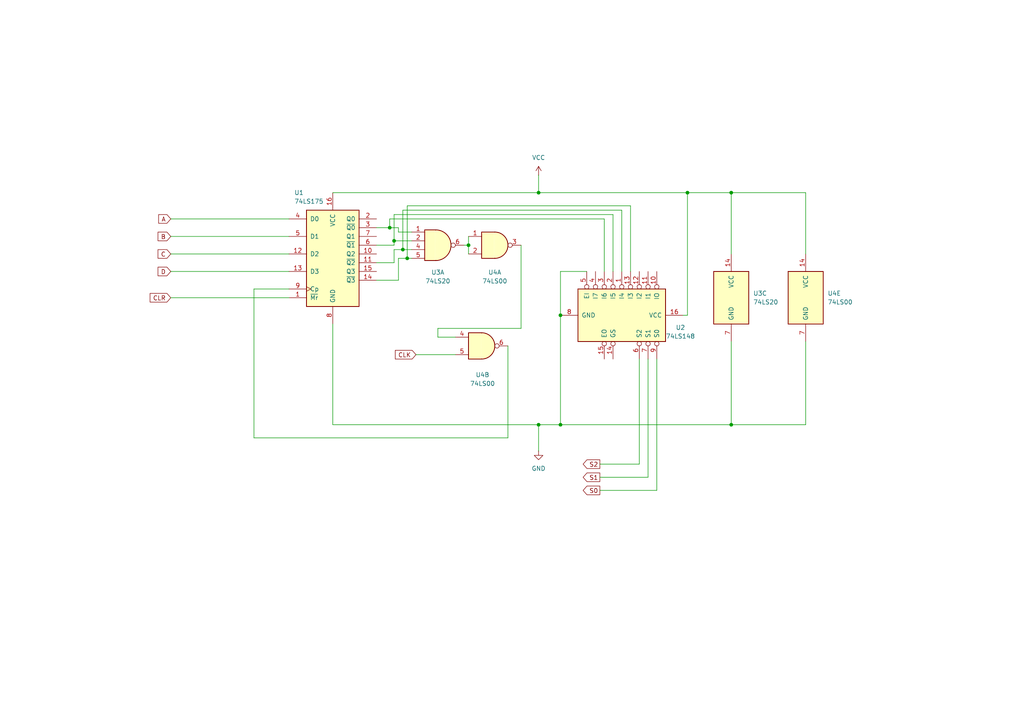
<source format=kicad_sch>
(kicad_sch (version 20231120) (generator "eeschema") (generator_version "8.0")
  (paper "A4")
  (lib_symbols
    (symbol "74xx:74LS00" (pin_names (offset 1.016))
      (property "Reference" "U" (at 0 1.27 0))
      (property "Value" "74LS00" (at 0 -1.27 0))
      (symbol "74LS00_1_1"
        (arc (start 0 -3.81) (mid 3.7934 0) (end 0 3.81) (stroke (width 0.254)) (fill (type background)))
        (polyline (pts (xy 0 3.81) (xy -3.81 3.81) (xy -3.81 -3.81) (xy 0 -3.81)) (stroke (width 0.254)) (fill (type background)))
        (pin input line (at -7.62 2.54 0) (length 3.81) (name "~") (number "1"))
        (pin input line (at -7.62 -2.54 0) (length 3.81) (name "~") (number "2"))
        (pin output inverted (at 7.62 0 180) (length 3.81) (name "~") (number "3"))
      )
      (symbol "74LS00_1_2"
        (arc (start -3.81 -3.81) (mid -2.589 0) (end -3.81 3.81) (stroke (width 0.254)))
        (arc (start -0.6096 -3.81) (mid 2.1842 -2.5851) (end 3.81 0) (stroke (width 0.254)) (fill (type background)))
        (polyline (pts (xy -3.81 -3.81) (xy -0.635 -3.81)) (stroke (width 0.254)) (fill (type background)))
        (polyline (pts (xy -3.81 3.81) (xy -0.635 3.81)) (stroke (width 0.254)) (fill (type background)))
        (polyline (pts (xy -0.635 3.81) (xy -3.81 3.81) (xy -3.81 3.81) (xy -3.556 3.4036) (xy -3.0226 2.2606) (xy -2.6924 1.0414) (xy -2.6162 -0.254) (xy -2.7686 -1.4986) (xy -3.175 -2.7178) (xy -3.81 -3.81) (xy -3.81 -3.81) (xy -0.635 -3.81)) (stroke (width -25.4)) (fill (type background)))
        (arc (start 3.81 0) (mid 2.1915 2.5936) (end -0.6096 3.81) (stroke (width 0.254)) (fill (type background)))
        (pin input inverted (at -7.62 2.54 0) (length 4.318) (name "~") (number "1"))
        (pin input inverted (at -7.62 -2.54 0) (length 4.318) (name "~") (number "2"))
        (pin output line (at 7.62 0 180) (length 3.81) (name "~") (number "3"))
      )
      (symbol "74LS00_2_1"
        (arc (start 0 -3.81) (mid 3.7934 0) (end 0 3.81) (stroke (width 0.254)) (fill (type background)))
        (polyline (pts (xy 0 3.81) (xy -3.81 3.81) (xy -3.81 -3.81) (xy 0 -3.81)) (stroke (width 0.254)) (fill (type background)))
        (pin input line (at -7.62 2.54 0) (length 3.81) (name "~") (number "4"))
        (pin input line (at -7.62 -2.54 0) (length 3.81) (name "~") (number "5"))
        (pin output inverted (at 7.62 0 180) (length 3.81) (name "~") (number "6"))
      )
      (symbol "74LS00_2_2"
        (arc (start -3.81 -3.81) (mid -2.589 0) (end -3.81 3.81) (stroke (width 0.254)))
        (arc (start -0.6096 -3.81) (mid 2.1842 -2.5851) (end 3.81 0) (stroke (width 0.254)) (fill (type background)))
        (polyline (pts (xy -3.81 -3.81) (xy -0.635 -3.81)) (stroke (width 0.254)) (fill (type background)))
        (polyline (pts (xy -3.81 3.81) (xy -0.635 3.81)) (stroke (width 0.254)) (fill (type background)))
        (polyline (pts (xy -0.635 3.81) (xy -3.81 3.81) (xy -3.81 3.81) (xy -3.556 3.4036) (xy -3.0226 2.2606) (xy -2.6924 1.0414) (xy -2.6162 -0.254) (xy -2.7686 -1.4986) (xy -3.175 -2.7178) (xy -3.81 -3.81) (xy -3.81 -3.81) (xy -0.635 -3.81)) (stroke (width -25.4)) (fill (type background)))
        (arc (start 3.81 0) (mid 2.1915 2.5936) (end -0.6096 3.81) (stroke (width 0.254)) (fill (type background)))
        (pin input inverted (at -7.62 2.54 0) (length 4.318) (name "~") (number "4"))
        (pin input inverted (at -7.62 -2.54 0) (length 4.318) (name "~") (number "5"))
        (pin output line (at 7.62 0 180) (length 3.81) (name "~") (number "6"))
      )
      (symbol "74LS00_3_1"
        (arc (start 0 -3.81) (mid 3.7934 0) (end 0 3.81) (stroke (width 0.254)) (fill (type background)))
        (polyline (pts (xy 0 3.81) (xy -3.81 3.81) (xy -3.81 -3.81) (xy 0 -3.81)) (stroke (width 0.254)) (fill (type background)))
        (pin input line (at -7.62 -2.54 0) (length 3.81) (name "~") (number "10"))
        (pin output inverted (at 7.62 0 180) (length 3.81) (name "~") (number "8"))
        (pin input line (at -7.62 2.54 0) (length 3.81) (name "~") (number "9"))
      )
      (symbol "74LS00_3_2"
        (arc (start -3.81 -3.81) (mid -2.589 0) (end -3.81 3.81) (stroke (width 0.254)))
        (arc (start -0.6096 -3.81) (mid 2.1842 -2.5851) (end 3.81 0) (stroke (width 0.254)) (fill (type background)))
        (polyline (pts (xy -3.81 -3.81) (xy -0.635 -3.81)) (stroke (width 0.254)) (fill (type background)))
        (polyline (pts (xy -3.81 3.81) (xy -0.635 3.81)) (stroke (width 0.254)) (fill (type background)))
        (polyline (pts (xy -0.635 3.81) (xy -3.81 3.81) (xy -3.81 3.81) (xy -3.556 3.4036) (xy -3.0226 2.2606) (xy -2.6924 1.0414) (xy -2.6162 -0.254) (xy -2.7686 -1.4986) (xy -3.175 -2.7178) (xy -3.81 -3.81) (xy -3.81 -3.81) (xy -0.635 -3.81)) (stroke (width -25.4)) (fill (type background)))
        (arc (start 3.81 0) (mid 2.1915 2.5936) (end -0.6096 3.81) (stroke (width 0.254)) (fill (type background)))
        (pin input inverted (at -7.62 -2.54 0) (length 4.318) (name "~") (number "10"))
        (pin output line (at 7.62 0 180) (length 3.81) (name "~") (number "8"))
        (pin input inverted (at -7.62 2.54 0) (length 4.318) (name "~") (number "9"))
      )
      (symbol "74LS00_4_1"
        (arc (start 0 -3.81) (mid 3.7934 0) (end 0 3.81) (stroke (width 0.254)) (fill (type background)))
        (polyline (pts (xy 0 3.81) (xy -3.81 3.81) (xy -3.81 -3.81) (xy 0 -3.81)) (stroke (width 0.254)) (fill (type background)))
        (pin output inverted (at 7.62 0 180) (length 3.81) (name "~") (number "11"))
        (pin input line (at -7.62 2.54 0) (length 3.81) (name "~") (number "12"))
        (pin input line (at -7.62 -2.54 0) (length 3.81) (name "~") (number "13"))
      )
      (symbol "74LS00_4_2"
        (arc (start -3.81 -3.81) (mid -2.589 0) (end -3.81 3.81) (stroke (width 0.254)))
        (arc (start -0.6096 -3.81) (mid 2.1842 -2.5851) (end 3.81 0) (stroke (width 0.254)) (fill (type background)))
        (polyline (pts (xy -3.81 -3.81) (xy -0.635 -3.81)) (stroke (width 0.254)) (fill (type background)))
        (polyline (pts (xy -3.81 3.81) (xy -0.635 3.81)) (stroke (width 0.254)) (fill (type background)))
        (polyline (pts (xy -0.635 3.81) (xy -3.81 3.81) (xy -3.81 3.81) (xy -3.556 3.4036) (xy -3.0226 2.2606) (xy -2.6924 1.0414) (xy -2.6162 -0.254) (xy -2.7686 -1.4986) (xy -3.175 -2.7178) (xy -3.81 -3.81) (xy -3.81 -3.81) (xy -0.635 -3.81)) (stroke (width -25.4)) (fill (type background)))
        (arc (start 3.81 0) (mid 2.1915 2.5936) (end -0.6096 3.81) (stroke (width 0.254)) (fill (type background)))
        (pin output line (at 7.62 0 180) (length 3.81) (name "~") (number "11"))
        (pin input inverted (at -7.62 2.54 0) (length 4.318) (name "~") (number "12"))
        (pin input inverted (at -7.62 -2.54 0) (length 4.318) (name "~") (number "13"))
      )
      (symbol "74LS00_5_0"
        (pin power_in line (at 0 12.7 270) (length 5.08) (name "VCC") (number "14"))
        (pin power_in line (at 0 -12.7 90) (length 5.08) (name "GND") (number "7"))
      )
      (symbol "74LS00_5_1"
        (rectangle (start -5.08 7.62) (end 5.08 -7.62) (stroke (width 0.254)) (fill (type background)))
      )
    )
    (symbol "74xx:74LS148" (pin_names (offset 1.016))
      (property "Reference" "U" (at -7.62 13.97 0))
      (property "Value" "74LS148" (at -7.62 -13.97 0))
      (symbol "74LS148_1_0"
        (pin input inverted (at -12.7 0 0) (length 5.08) (name "I4") (number "1"))
        (pin input inverted (at -12.7 10.16 0) (length 5.08) (name "IO") (number "10"))
        (pin input inverted (at -12.7 7.62 0) (length 5.08) (name "I1") (number "11"))
        (pin input inverted (at -12.7 5.08 0) (length 5.08) (name "I2") (number "12"))
        (pin input inverted (at -12.7 2.54 0) (length 5.08) (name "I3") (number "13"))
        (pin output inverted (at 12.7 -2.54 180) (length 5.08) (name "GS") (number "14"))
        (pin output inverted (at 12.7 -5.08 180) (length 5.08) (name "EO") (number "15"))
        (pin power_in line (at 0 17.78 270) (length 5.08) (name "VCC") (number "16"))
        (pin input inverted (at -12.7 -2.54 0) (length 5.08) (name "I5") (number "2"))
        (pin input inverted (at -12.7 -5.08 0) (length 5.08) (name "I6") (number "3"))
        (pin input inverted (at -12.7 -7.62 0) (length 5.08) (name "I7") (number "4"))
        (pin input inverted (at -12.7 -10.16 0) (length 5.08) (name "EI") (number "5"))
        (pin output inverted (at 12.7 5.08 180) (length 5.08) (name "S2") (number "6"))
        (pin output inverted (at 12.7 7.62 180) (length 5.08) (name "S1") (number "7"))
        (pin power_in line (at 0 -17.78 90) (length 5.08) (name "GND") (number "8"))
        (pin output inverted (at 12.7 10.16 180) (length 5.08) (name "S0") (number "9"))
      )
      (symbol "74LS148_1_1"
        (rectangle (start -7.62 12.7) (end 7.62 -12.7) (stroke (width 0.254)) (fill (type background)))
      )
    )
    (symbol "74xx:74LS175" (pin_names (offset 1.016))
      (property "Reference" "U" (at -7.62 13.97 0))
      (property "Value" "74LS175" (at -7.62 -16.51 0))
      (symbol "74LS175_1_0"
        (pin input line (at -12.7 -12.7 0) (length 5.08) (name "~{Mr}") (number "1"))
        (pin output line (at 12.7 0 180) (length 5.08) (name "Q2") (number "10"))
        (pin output line (at 12.7 -2.54 180) (length 5.08) (name "~{Q2}") (number "11"))
        (pin input line (at -12.7 0 0) (length 5.08) (name "D2") (number "12"))
        (pin input line (at -12.7 -5.08 0) (length 5.08) (name "D3") (number "13"))
        (pin output line (at 12.7 -7.62 180) (length 5.08) (name "~{Q3}") (number "14"))
        (pin output line (at 12.7 -5.08 180) (length 5.08) (name "Q3") (number "15"))
        (pin power_in line (at 0 17.78 270) (length 5.08) (name "VCC") (number "16"))
        (pin output line (at 12.7 10.16 180) (length 5.08) (name "Q0") (number "2"))
        (pin output line (at 12.7 7.62 180) (length 5.08) (name "~{Q0}") (number "3"))
        (pin input line (at -12.7 10.16 0) (length 5.08) (name "D0") (number "4"))
        (pin input line (at -12.7 5.08 0) (length 5.08) (name "D1") (number "5"))
        (pin output line (at 12.7 2.54 180) (length 5.08) (name "~{Q1}") (number "6"))
        (pin output line (at 12.7 5.08 180) (length 5.08) (name "Q1") (number "7"))
        (pin power_in line (at 0 -20.32 90) (length 5.08) (name "GND") (number "8"))
        (pin input clock (at -12.7 -10.16 0) (length 5.08) (name "Cp") (number "9"))
      )
      (symbol "74LS175_1_1"
        (rectangle (start -7.62 12.7) (end 7.62 -15.24) (stroke (width 0.254)) (fill (type background)))
      )
    )
    (symbol "74xx:74LS20" (pin_names (offset 1.016))
      (property "Reference" "U" (at 0 1.27 0))
      (property "Value" "74LS20" (at 0 -1.27 0))
      (symbol "74LS20_1_1"
        (arc (start -0.635 -4.445) (mid 3.7907 0) (end -0.635 4.445) (stroke (width 0.254)) (fill (type background)))
        (polyline (pts (xy -0.635 4.445) (xy -3.81 4.445) (xy -3.81 -4.445) (xy -0.635 -4.445)) (stroke (width 0.254)) (fill (type background)))
        (pin input line (at -7.62 3.81 0) (length 3.81) (name "~") (number "1"))
        (pin input line (at -7.62 1.27 0) (length 3.81) (name "~") (number "2"))
        (pin input line (at -7.62 -1.27 0) (length 3.81) (name "~") (number "4"))
        (pin input line (at -7.62 -3.81 0) (length 3.81) (name "~") (number "5"))
        (pin output inverted (at 7.62 0 180) (length 3.81) (name "~") (number "6"))
      )
      (symbol "74LS20_1_2"
        (arc (start -3.81 -4.445) (mid -2.5908 0) (end -3.81 4.445) (stroke (width 0.254)))
        (arc (start -0.6096 -4.445) (mid 2.2246 -2.8422) (end 3.81 0) (stroke (width 0.254)) (fill (type background)))
        (polyline (pts (xy -3.81 -4.445) (xy -0.635 -4.445)) (stroke (width 0.254)) (fill (type background)))
        (polyline (pts (xy -3.81 4.445) (xy -0.635 4.445)) (stroke (width 0.254)) (fill (type background)))
        (polyline (pts (xy -0.635 4.445) (xy -3.81 4.445) (xy -3.81 4.445) (xy -3.6322 4.0894) (xy -3.0988 2.921) (xy -2.7686 1.6764) (xy -2.6162 0.4318) (xy -2.6416 -0.8636) (xy -2.8702 -2.1082) (xy -3.2512 -3.3274) (xy -3.81 -4.445) (xy -3.81 -4.445) (xy -0.635 -4.445)) (stroke (width -25.4)) (fill (type background)))
        (arc (start 3.81 0) (mid 2.2204 2.8379) (end -0.6096 4.445) (stroke (width 0.254)) (fill (type background)))
        (pin input inverted (at -7.62 3.81 0) (length 3.81) (name "~") (number "1"))
        (pin input inverted (at -7.62 1.27 0) (length 4.826) (name "~") (number "2"))
        (pin input inverted (at -7.62 -1.27 0) (length 4.826) (name "~") (number "4"))
        (pin input inverted (at -7.62 -3.81 0) (length 3.81) (name "~") (number "5"))
        (pin output line (at 7.62 0 180) (length 3.81) (name "~") (number "6"))
      )
      (symbol "74LS20_2_1"
        (arc (start -0.635 -4.445) (mid 3.7907 0) (end -0.635 4.445) (stroke (width 0.254)) (fill (type background)))
        (polyline (pts (xy -0.635 4.445) (xy -3.81 4.445) (xy -3.81 -4.445) (xy -0.635 -4.445)) (stroke (width 0.254)) (fill (type background)))
        (pin input line (at -7.62 1.27 0) (length 3.81) (name "~") (number "10"))
        (pin input line (at -7.62 -1.27 0) (length 3.81) (name "~") (number "12"))
        (pin input line (at -7.62 -3.81 0) (length 3.81) (name "~") (number "13"))
        (pin output inverted (at 7.62 0 180) (length 3.81) (name "~") (number "8"))
        (pin input line (at -7.62 3.81 0) (length 3.81) (name "~") (number "9"))
      )
      (symbol "74LS20_2_2"
        (arc (start -3.81 -4.445) (mid -2.5908 0) (end -3.81 4.445) (stroke (width 0.254)))
        (arc (start -0.6096 -4.445) (mid 2.2246 -2.8422) (end 3.81 0) (stroke (width 0.254)) (fill (type background)))
        (polyline (pts (xy -3.81 -4.445) (xy -0.635 -4.445)) (stroke (width 0.254)) (fill (type background)))
        (polyline (pts (xy -3.81 4.445) (xy -0.635 4.445)) (stroke (width 0.254)) (fill (type background)))
        (polyline (pts (xy -0.635 4.445) (xy -3.81 4.445) (xy -3.81 4.445) (xy -3.6322 4.0894) (xy -3.0988 2.921) (xy -2.7686 1.6764) (xy -2.6162 0.4318) (xy -2.6416 -0.8636) (xy -2.8702 -2.1082) (xy -3.2512 -3.3274) (xy -3.81 -4.445) (xy -3.81 -4.445) (xy -0.635 -4.445)) (stroke (width -25.4)) (fill (type background)))
        (arc (start 3.81 0) (mid 2.2204 2.8379) (end -0.6096 4.445) (stroke (width 0.254)) (fill (type background)))
        (pin input inverted (at -7.62 1.27 0) (length 4.826) (name "~") (number "10"))
        (pin input inverted (at -7.62 -1.27 0) (length 4.826) (name "~") (number "12"))
        (pin input inverted (at -7.62 -3.81 0) (length 3.81) (name "~") (number "13"))
        (pin output line (at 7.62 0 180) (length 3.81) (name "~") (number "8"))
        (pin input inverted (at -7.62 3.81 0) (length 3.81) (name "~") (number "9"))
      )
      (symbol "74LS20_3_0"
        (pin power_in line (at 0 12.7 270) (length 5.08) (name "VCC") (number "14"))
        (pin power_in line (at 0 -12.7 90) (length 5.08) (name "GND") (number "7"))
      )
      (symbol "74LS20_3_1"
        (rectangle (start -5.08 7.62) (end 5.08 -7.62) (stroke (width 0.254)) (fill (type background)))
      )
    )
    (symbol "power:GND" (power) (pin_numbers hide) (pin_names (offset 0) hide)
      (property "Value" "GND" (at 0 -3.81 0))
      (symbol "GND_0_1"
        (polyline (pts (xy 0 0) (xy 0 -1.27) (xy 1.27 -1.27) (xy 0 -2.54) (xy -1.27 -1.27) (xy 0 -1.27)))
      )
      (symbol "GND_1_1"
        (pin power_in line (at 0 0 270) (length 0) (name "~") (number "1"))
      )
    )
    (symbol "power:VCC" (power) (pin_numbers hide) (pin_names (offset 0) hide)
      (property "Value" "VCC" (at 0 3.556 0))
      (symbol "VCC_0_1"
        (polyline (pts (xy -0.762 1.27) (xy 0 2.54)))
        (polyline (pts (xy 0 0) (xy 0 2.54)))
        (polyline (pts (xy 0 2.54) (xy 0.762 1.27)))
      )
      (symbol "VCC_1_1"
        (pin power_in line (at 0 0 90) (length 0) (name "~") (number "1"))
      )
    )
  )
  (junction (at 162.56 91.44))
  (junction (at 162.56 123.19))
  (junction (at 113.03 66.04))
  (junction (at 212.09 123.19))
  (junction (at 156.21 123.19))
  (junction (at 135.89 71.12))
  (junction (at 156.21 55.88))
  (junction (at 118.11 74.93))
  (junction (at 199.39 55.88))
  (junction (at 116.84 72.39))
  (junction (at 114.3 69.85))
  (junction (at 212.09 55.88))
  (wire (pts (xy 147.32 100.33) (xy 147.32 127)))
  (wire (pts (xy 116.84 60.96) (xy 180.34 60.96)))
  (wire (pts (xy 151.13 71.12) (xy 151.13 95.25)))
  (wire (pts (xy 120.65 102.87) (xy 132.08 102.87)))
  (wire (pts (xy 198.12 91.44) (xy 199.39 91.44)))
  (wire (pts (xy 182.88 59.69) (xy 182.88 78.74)))
  (wire (pts (xy 96.52 93.98) (xy 96.52 123.19)))
  (wire (pts (xy 135.89 68.58) (xy 135.89 71.12)))
  (wire (pts (xy 49.53 68.58) (xy 83.82 68.58)))
  (wire (pts (xy 96.52 55.88) (xy 156.21 55.88)))
  (wire (pts (xy 49.53 73.66) (xy 83.82 73.66)))
  (wire (pts (xy 162.56 123.19) (xy 212.09 123.19)))
  (wire (pts (xy 114.3 69.85) (xy 119.38 69.85)))
  (wire (pts (xy 118.11 59.69) (xy 118.11 74.93)))
  (wire (pts (xy 190.5 142.24) (xy 190.5 104.14)))
  (wire (pts (xy 73.66 127) (xy 73.66 83.82)))
  (wire (pts (xy 180.34 60.96) (xy 180.34 78.74)))
  (wire (pts (xy 113.03 63.5) (xy 113.03 66.04)))
  (wire (pts (xy 156.21 123.19) (xy 162.56 123.19)))
  (wire (pts (xy 114.3 62.23) (xy 177.8 62.23)))
  (wire (pts (xy 115.57 67.31) (xy 119.38 67.31)))
  (wire (pts (xy 173.99 142.24) (xy 190.5 142.24)))
  (wire (pts (xy 233.68 73.66) (xy 233.68 55.88)))
  (wire (pts (xy 156.21 55.88) (xy 199.39 55.88)))
  (wire (pts (xy 162.56 91.44) (xy 162.56 123.19)))
  (wire (pts (xy 135.89 71.12) (xy 134.62 71.12)))
  (wire (pts (xy 212.09 99.06) (xy 212.09 123.19)))
  (wire (pts (xy 199.39 55.88) (xy 212.09 55.88)))
  (wire (pts (xy 115.57 66.04) (xy 115.57 67.31)))
  (wire (pts (xy 173.99 138.43) (xy 187.96 138.43)))
  (wire (pts (xy 96.52 123.19) (xy 156.21 123.19)))
  (wire (pts (xy 118.11 74.93) (xy 119.38 74.93)))
  (wire (pts (xy 49.53 78.74) (xy 83.82 78.74)))
  (wire (pts (xy 127 97.79) (xy 132.08 97.79)))
  (wire (pts (xy 156.21 123.19) (xy 156.21 130.81)))
  (wire (pts (xy 135.89 71.12) (xy 135.89 73.66)))
  (wire (pts (xy 115.57 81.28) (xy 115.57 74.93)))
  (wire (pts (xy 49.53 86.36) (xy 83.82 86.36)))
  (wire (pts (xy 170.18 78.74) (xy 162.56 78.74)))
  (wire (pts (xy 151.13 95.25) (xy 127 95.25)))
  (wire (pts (xy 233.68 99.06) (xy 233.68 123.19)))
  (wire (pts (xy 162.56 78.74) (xy 162.56 91.44)))
  (wire (pts (xy 156.21 50.8) (xy 156.21 55.88)))
  (wire (pts (xy 147.32 127) (xy 73.66 127)))
  (wire (pts (xy 116.84 60.96) (xy 116.84 72.39)))
  (wire (pts (xy 187.96 138.43) (xy 187.96 104.14)))
  (wire (pts (xy 109.22 71.12) (xy 114.3 71.12)))
  (wire (pts (xy 109.22 81.28) (xy 115.57 81.28)))
  (wire (pts (xy 109.22 76.2) (xy 114.3 76.2)))
  (wire (pts (xy 233.68 123.19) (xy 212.09 123.19)))
  (wire (pts (xy 73.66 83.82) (xy 83.82 83.82)))
  (wire (pts (xy 114.3 62.23) (xy 114.3 69.85)))
  (wire (pts (xy 185.42 104.14) (xy 185.42 134.62)))
  (wire (pts (xy 114.3 76.2) (xy 114.3 72.39)))
  (wire (pts (xy 199.39 55.88) (xy 199.39 91.44)))
  (wire (pts (xy 109.22 66.04) (xy 113.03 66.04)))
  (wire (pts (xy 127 95.25) (xy 127 97.79)))
  (wire (pts (xy 115.57 74.93) (xy 118.11 74.93)))
  (wire (pts (xy 212.09 73.66) (xy 212.09 55.88)))
  (wire (pts (xy 116.84 72.39) (xy 119.38 72.39)))
  (wire (pts (xy 118.11 59.69) (xy 182.88 59.69)))
  (wire (pts (xy 233.68 55.88) (xy 212.09 55.88)))
  (wire (pts (xy 114.3 71.12) (xy 114.3 69.85)))
  (wire (pts (xy 177.8 62.23) (xy 177.8 78.74)))
  (wire (pts (xy 175.26 63.5) (xy 175.26 78.74)))
  (wire (pts (xy 114.3 72.39) (xy 116.84 72.39)))
  (wire (pts (xy 185.42 134.62) (xy 173.99 134.62)))
  (wire (pts (xy 49.53 63.5) (xy 83.82 63.5)))
  (wire (pts (xy 113.03 66.04) (xy 115.57 66.04)))
  (wire (pts (xy 113.03 63.5) (xy 175.26 63.5)))
  (global_label "S2" (shape output) (at 173.99 134.62 180) (property "Intersheetrefs" "${INTERSHEET_REFS}" (effects (hide yes))))
  (global_label "S0" (shape output) (at 173.99 142.24 180) (property "Intersheetrefs" "${INTERSHEET_REFS}" (effects (hide yes))))
  (global_label "D" (shape input) (at 49.53 78.74 180) (property "Intersheetrefs" "${INTERSHEET_REFS}" (effects (hide yes))))
  (global_label "C" (shape input) (at 49.53 73.66 180) (property "Intersheetrefs" "${INTERSHEET_REFS}" (effects (hide yes))))
  (global_label "B" (shape input) (at 49.53 68.58 180) (property "Intersheetrefs" "${INTERSHEET_REFS}" (effects (hide yes))))
  (global_label "A" (shape input) (at 49.53 63.5 180) (property "Intersheetrefs" "${INTERSHEET_REFS}" (effects (hide yes))))
  (global_label "CLK" (shape input) (at 120.65 102.87 180) (property "Intersheetrefs" "${INTERSHEET_REFS}" (effects (hide yes))))
  (global_label "CLR" (shape input) (at 49.53 86.36 180) (property "Intersheetrefs" "${INTERSHEET_REFS}" (effects (hide yes))))
  (global_label "S1" (shape output) (at 173.99 138.43 180) (property "Intersheetrefs" "${INTERSHEET_REFS}" (effects (hide yes))))
  (symbol (lib_id "74xx:74LS00") (at 139.7 100.33 0) (unit 2)
    (property "Reference" "U4" (at 139.954 108.712 0))
    (property "Value" "74LS00" (at 139.954 111.252 0))
    (property "Datasheet" "http://www.ti.com/lit/gpn/sn74ls00" (effects (hide yes)))
    (property "Description" "quad 2-input NAND gate" (effects (hide yes)))
  )
  (symbol (lib_id "74xx:74LS20") (at 127 71.12 0) (unit 1)
    (property "Reference" "U3" (at 126.9986 78.994 0))
    (property "Value" "74LS20" (at 126.9986 81.534 0))
    (property "Datasheet" "http://www.ti.com/lit/gpn/sn74LS20" (effects (hide yes)))
    (property "Description" "Dual 4-input NAND" (effects (hide yes)))
  )
  (symbol (lib_id "power:GND") (at 156.21 130.81 0) (unit 1)
    (property "Reference" "#PWR01" (effects (hide yes)))
    (property "Value" "GND" (at 156.21 135.89 0))
    (property "Description" "Power symbol creates a global label with name \"GND\" , ground" (effects (hide yes)))
  )
  (symbol (lib_id "74xx:74LS00") (at 143.51 71.12 0) (unit 1)
    (property "Reference" "U4" (at 143.51 78.994 0))
    (property "Value" "74LS00" (at 143.51 81.534 0))
    (property "Datasheet" "http://www.ti.com/lit/gpn/sn74ls00" (effects (hide yes)))
    (property "Description" "quad 2-input NAND gate" (effects (hide yes)))
  )
  (symbol (lib_id "74xx:74LS148") (at 180.34 91.44 270) (unit 1)
    (property "Reference" "U2" (at 197.358 94.996 90))
    (property "Value" "74LS148" (at 197.358 97.536 90))
    (property "Datasheet" "http://www.ti.com/lit/gpn/sn74LS148" (effects (hide yes)))
    (property "Description" "Priority Encoder 3 to 8 cascadable" (effects (hide yes)))
  )
  (symbol (lib_id "74xx:74LS175") (at 96.52 73.66 0) (unit 1)
    (property "Reference" "U1" (at 85.344 55.88 0) (effects (justify left)))
    (property "Value" "74LS175" (at 85.344 58.42 0) (effects (justify left)))
    (property "Datasheet" "http://www.ti.com/lit/gpn/sn74LS175" (effects (hide yes)))
    (property "Description" "4-bit D Flip-Flop, reset" (effects (hide yes)))
  )
  (symbol (lib_id "74xx:74LS20") (at 212.09 86.36 0) (unit 3)
    (property "Reference" "U3" (at 218.44 85.0899 0) (effects (justify left)))
    (property "Value" "74LS20" (at 218.44 87.6299 0) (effects (justify left)))
    (property "Datasheet" "http://www.ti.com/lit/gpn/sn74LS20" (effects (hide yes)))
    (property "Description" "Dual 4-input NAND" (effects (hide yes)))
  )
  (symbol (lib_id "power:VCC") (at 156.21 50.8 0) (unit 1)
    (property "Reference" "#PWR02" (effects (hide yes)))
    (property "Value" "VCC" (at 156.21 45.72 0))
    (property "Description" "Power symbol creates a global label with name \"VCC\"" (effects (hide yes)))
  )
  (symbol (lib_id "74xx:74LS00") (at 233.68 86.36 0) (unit 5)
    (property "Reference" "U4" (at 240.03 85.0899 0) (effects (justify left)))
    (property "Value" "74LS00" (at 240.03 87.6299 0) (effects (justify left)))
    (property "Datasheet" "http://www.ti.com/lit/gpn/sn74ls00" (effects (hide yes)))
    (property "Description" "quad 2-input NAND gate" (effects (hide yes)))
  )
)
</source>
